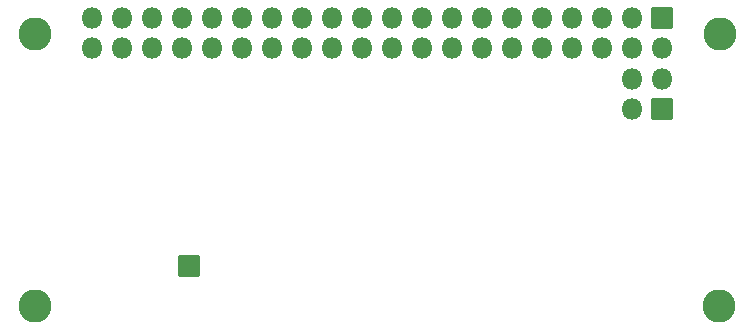
<source format=gbr>
G04 #@! TF.GenerationSoftware,KiCad,Pcbnew,(7.0.0)*
G04 #@! TF.CreationDate,2023-08-14T16:39:54+01:00*
G04 #@! TF.ProjectId,DevKit2022-Kicad7,4465764b-6974-4323-9032-322d4b696361,v1.0*
G04 #@! TF.SameCoordinates,Original*
G04 #@! TF.FileFunction,Soldermask,Bot*
G04 #@! TF.FilePolarity,Negative*
%FSLAX46Y46*%
G04 Gerber Fmt 4.6, Leading zero omitted, Abs format (unit mm)*
G04 Created by KiCad (PCBNEW (7.0.0)) date 2023-08-14 16:39:54*
%MOMM*%
%LPD*%
G01*
G04 APERTURE LIST*
G04 Aperture macros list*
%AMRoundRect*
0 Rectangle with rounded corners*
0 $1 Rounding radius*
0 $2 $3 $4 $5 $6 $7 $8 $9 X,Y pos of 4 corners*
0 Add a 4 corners polygon primitive as box body*
4,1,4,$2,$3,$4,$5,$6,$7,$8,$9,$2,$3,0*
0 Add four circle primitives for the rounded corners*
1,1,$1+$1,$2,$3*
1,1,$1+$1,$4,$5*
1,1,$1+$1,$6,$7*
1,1,$1+$1,$8,$9*
0 Add four rect primitives between the rounded corners*
20,1,$1+$1,$2,$3,$4,$5,0*
20,1,$1+$1,$4,$5,$6,$7,0*
20,1,$1+$1,$6,$7,$8,$9,0*
20,1,$1+$1,$8,$9,$2,$3,0*%
G04 Aperture macros list end*
%ADD10C,2.802000*%
%ADD11RoundRect,0.051000X0.850000X0.850000X-0.850000X0.850000X-0.850000X-0.850000X0.850000X-0.850000X0*%
%ADD12O,1.802000X1.802000*%
%ADD13RoundRect,0.051000X-0.850000X0.850000X-0.850000X-0.850000X0.850000X-0.850000X0.850000X0.850000X0*%
G04 APERTURE END LIST*
D10*
X204928200Y-127994400D03*
X146940000Y-127994400D03*
X204943440Y-104982000D03*
X146940000Y-104982000D03*
D11*
X200026000Y-111332000D03*
D12*
X197485999Y-111331999D03*
X200025999Y-108791999D03*
X197485999Y-108791999D03*
D13*
X200051400Y-103686600D03*
D12*
X200051399Y-106226599D03*
X197511399Y-103686599D03*
X197511399Y-106226599D03*
X194971399Y-103686599D03*
X194971399Y-106226599D03*
X192431399Y-103686599D03*
X192431399Y-106226599D03*
X189891399Y-103686599D03*
X189891399Y-106226599D03*
X187351399Y-103686599D03*
X187351399Y-106226599D03*
X184811399Y-103686599D03*
X184811399Y-106226599D03*
X182271399Y-103686599D03*
X182271399Y-106226599D03*
X179731399Y-103686599D03*
X179731399Y-106226599D03*
X177191399Y-103686599D03*
X177191399Y-106226599D03*
X174651399Y-103686599D03*
X174651399Y-106226599D03*
X172111399Y-103686599D03*
X172111399Y-106226599D03*
X169571399Y-103686599D03*
X169571399Y-106226599D03*
X167031399Y-103686599D03*
X167031399Y-106226599D03*
X164491399Y-103686599D03*
X164491399Y-106226599D03*
X161951399Y-103686599D03*
X161951399Y-106226599D03*
X159411399Y-103686599D03*
X159411399Y-106226599D03*
X156871399Y-103686599D03*
X156871399Y-106226599D03*
X154331399Y-103686599D03*
X154331399Y-106226599D03*
X151791399Y-103686599D03*
X151791399Y-106226599D03*
D13*
X160021000Y-124667000D03*
M02*

</source>
